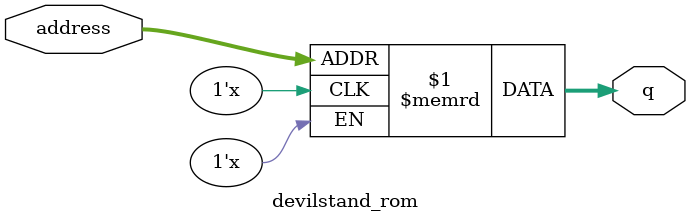
<source format=sv>
module devilstand_rom (
	input logic [15:0] address,
	output logic [3:0] q
);

logic [3:0] memory [0:39999] /* synthesis ram_init_file = "./devilstand/devilstand.mif" */;
	
	assign q = memory[address];


endmodule

</source>
